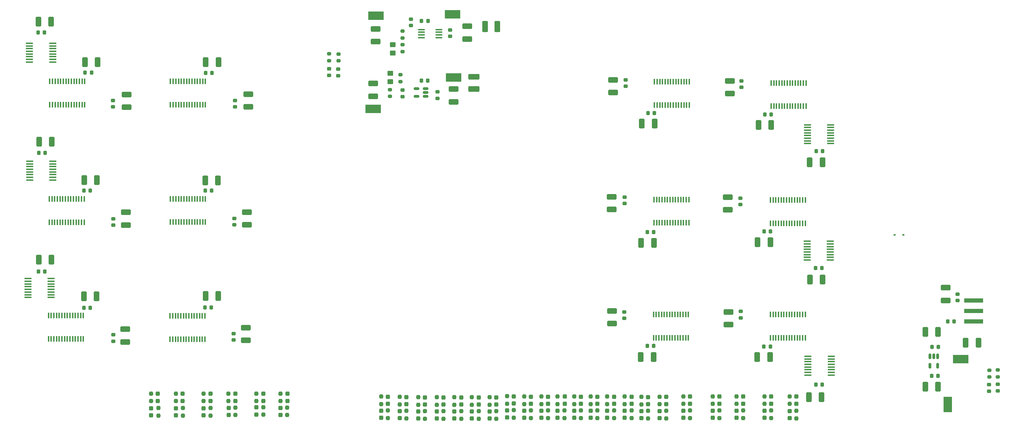
<source format=gbr>
%TF.GenerationSoftware,KiCad,Pcbnew,(6.0.11)*%
%TF.CreationDate,2023-06-01T10:52:31+02:00*%
%TF.ProjectId,Project_V11_Final,50726f6a-6563-4745-9f56-31315f46696e,V11*%
%TF.SameCoordinates,Original*%
%TF.FileFunction,Paste,Top*%
%TF.FilePolarity,Positive*%
%FSLAX46Y46*%
G04 Gerber Fmt 4.6, Leading zero omitted, Abs format (unit mm)*
G04 Created by KiCad (PCBNEW (6.0.11)) date 2023-06-01 10:52:31*
%MOMM*%
%LPD*%
G01*
G04 APERTURE LIST*
G04 Aperture macros list*
%AMRoundRect*
0 Rectangle with rounded corners*
0 $1 Rounding radius*
0 $2 $3 $4 $5 $6 $7 $8 $9 X,Y pos of 4 corners*
0 Add a 4 corners polygon primitive as box body*
4,1,4,$2,$3,$4,$5,$6,$7,$8,$9,$2,$3,0*
0 Add four circle primitives for the rounded corners*
1,1,$1+$1,$2,$3*
1,1,$1+$1,$4,$5*
1,1,$1+$1,$6,$7*
1,1,$1+$1,$8,$9*
0 Add four rect primitives between the rounded corners*
20,1,$1+$1,$2,$3,$4,$5,0*
20,1,$1+$1,$4,$5,$6,$7,0*
20,1,$1+$1,$6,$7,$8,$9,0*
20,1,$1+$1,$8,$9,$2,$3,0*%
G04 Aperture macros list end*
%ADD10RoundRect,0.237500X0.237500X-0.250000X0.237500X0.250000X-0.237500X0.250000X-0.237500X-0.250000X0*%
%ADD11R,3.800000X2.000000*%
%ADD12RoundRect,0.250000X-0.925000X0.412500X-0.925000X-0.412500X0.925000X-0.412500X0.925000X0.412500X0*%
%ADD13RoundRect,0.250000X0.925000X-0.412500X0.925000X0.412500X-0.925000X0.412500X-0.925000X-0.412500X0*%
%ADD14RoundRect,0.237500X0.237500X-0.300000X0.237500X0.300000X-0.237500X0.300000X-0.237500X-0.300000X0*%
%ADD15RoundRect,0.250000X-0.412500X-0.925000X0.412500X-0.925000X0.412500X0.925000X-0.412500X0.925000X0*%
%ADD16RoundRect,0.218750X0.256250X-0.218750X0.256250X0.218750X-0.256250X0.218750X-0.256250X-0.218750X0*%
%ADD17RoundRect,0.225000X-0.225000X-0.250000X0.225000X-0.250000X0.225000X0.250000X-0.225000X0.250000X0*%
%ADD18RoundRect,0.225000X-0.250000X0.225000X-0.250000X-0.225000X0.250000X-0.225000X0.250000X0.225000X0*%
%ADD19RoundRect,0.237500X-0.237500X0.300000X-0.237500X-0.300000X0.237500X-0.300000X0.237500X0.300000X0*%
%ADD20RoundRect,0.250000X0.412500X0.925000X-0.412500X0.925000X-0.412500X-0.925000X0.412500X-0.925000X0*%
%ADD21R,1.676400X0.355600*%
%ADD22RoundRect,0.225000X0.250000X-0.225000X0.250000X0.225000X-0.250000X0.225000X-0.250000X-0.225000X0*%
%ADD23RoundRect,0.200000X-0.275000X0.200000X-0.275000X-0.200000X0.275000X-0.200000X0.275000X0.200000X0*%
%ADD24RoundRect,0.150000X0.512500X0.150000X-0.512500X0.150000X-0.512500X-0.150000X0.512500X-0.150000X0*%
%ADD25RoundRect,0.225000X0.225000X0.250000X-0.225000X0.250000X-0.225000X-0.250000X0.225000X-0.250000X0*%
%ADD26RoundRect,0.250001X0.462499X1.074999X-0.462499X1.074999X-0.462499X-1.074999X0.462499X-1.074999X0*%
%ADD27R,2.000000X3.800000*%
%ADD28R,0.600000X0.450000*%
%ADD29RoundRect,0.200000X0.275000X-0.200000X0.275000X0.200000X-0.275000X0.200000X-0.275000X-0.200000X0*%
%ADD30R,0.355600X1.473200*%
%ADD31RoundRect,0.150000X-0.150000X0.512500X-0.150000X-0.512500X0.150000X-0.512500X0.150000X0.512500X0*%
%ADD32RoundRect,0.100000X-0.712500X-0.100000X0.712500X-0.100000X0.712500X0.100000X-0.712500X0.100000X0*%
%ADD33RoundRect,0.218750X-0.256250X0.218750X-0.256250X-0.218750X0.256250X-0.218750X0.256250X0.218750X0*%
%ADD34RoundRect,0.250000X-0.450000X0.350000X-0.450000X-0.350000X0.450000X-0.350000X0.450000X0.350000X0*%
%ADD35R,4.600000X1.100000*%
%ADD36RoundRect,0.250001X1.074999X-0.462499X1.074999X0.462499X-1.074999X0.462499X-1.074999X-0.462499X0*%
G04 APERTURE END LIST*
D10*
%TO.C,R33*%
X182150000Y-139912500D03*
X182150000Y-138087500D03*
%TD*%
D11*
%TO.C,TP2*%
X135032500Y-57167500D03*
%TD*%
D12*
%TO.C,C97*%
X55939499Y-61326150D03*
X55939499Y-64401150D03*
%TD*%
D13*
%TO.C,C96*%
X173438628Y-116898968D03*
X173438628Y-113823968D03*
%TD*%
D14*
%TO.C,C35*%
X160250000Y-139787500D03*
X160250000Y-138062500D03*
%TD*%
D10*
%TO.C,R5*%
X135250000Y-136587500D03*
X135250000Y-134762500D03*
%TD*%
%TO.C,R56*%
X80570000Y-135697500D03*
X80570000Y-133872500D03*
%TD*%
%TO.C,R16*%
X149650000Y-139737500D03*
X149650000Y-137912500D03*
%TD*%
D15*
%TO.C,C24*%
X259032500Y-121580000D03*
X262107500Y-121580000D03*
%TD*%
D14*
%TO.C,C13*%
X126500000Y-139937500D03*
X126500000Y-138212500D03*
%TD*%
D16*
%TO.C,D1*%
X266780000Y-133226500D03*
X266780000Y-131651500D03*
%TD*%
D17*
%TO.C,C99*%
X222850000Y-75100000D03*
X224400000Y-75100000D03*
%TD*%
%TO.C,C58*%
X210198626Y-122467742D03*
X211748626Y-122467742D03*
%TD*%
D18*
%TO.C,C88*%
X81820000Y-119315000D03*
X81820000Y-120865000D03*
%TD*%
D10*
%TO.C,R21*%
X168250000Y-136437500D03*
X168250000Y-134612500D03*
%TD*%
%TO.C,R46*%
X190650000Y-136387500D03*
X190650000Y-134562500D03*
%TD*%
D19*
%TO.C,C4*%
X123650000Y-134737500D03*
X123650000Y-136462500D03*
%TD*%
%TO.C,C26*%
X157950000Y-134662500D03*
X157950000Y-136387500D03*
%TD*%
D20*
%TO.C,C62*%
X252327500Y-132235000D03*
X249252500Y-132235000D03*
%TD*%
D10*
%TO.C,R47*%
X210300000Y-136387500D03*
X210300000Y-134562500D03*
%TD*%
%TO.C,R50*%
X205200000Y-139812500D03*
X205200000Y-137987500D03*
%TD*%
D15*
%TO.C,C125*%
X34624999Y-101430650D03*
X37699999Y-101430650D03*
%TD*%
D19*
%TO.C,C28*%
X165900000Y-134662500D03*
X165900000Y-136387500D03*
%TD*%
D10*
%TO.C,R2*%
X122000000Y-136512500D03*
X122000000Y-134687500D03*
%TD*%
D21*
%TO.C,U23*%
X38008899Y-53438649D03*
X38008899Y-52788651D03*
X38008899Y-52138649D03*
X38008899Y-51488651D03*
X38008899Y-50838652D03*
X38008899Y-50188651D03*
X38008899Y-49538652D03*
X38008899Y-48888651D03*
X32370099Y-48888651D03*
X32370099Y-49538649D03*
X32370099Y-50188651D03*
X32370099Y-50838649D03*
X32370099Y-51488648D03*
X32370099Y-52138649D03*
X32370099Y-52788648D03*
X32370099Y-53438649D03*
%TD*%
D22*
%TO.C,C67*%
X204714347Y-59587000D03*
X204714347Y-58037000D03*
%TD*%
D10*
%TO.C,R1*%
X117500000Y-136412500D03*
X117500000Y-134587500D03*
%TD*%
D14*
%TO.C,C127*%
X80600000Y-139062500D03*
X80600000Y-137337500D03*
%TD*%
D11*
%TO.C,TP4*%
X115630000Y-64810000D03*
%TD*%
D14*
%TO.C,C17*%
X143750000Y-139937500D03*
X143750000Y-138212500D03*
%TD*%
D19*
%TO.C,C25*%
X153800000Y-134662500D03*
X153800000Y-136387500D03*
%TD*%
D23*
%TO.C,R34*%
X119677400Y-60122700D03*
X119677400Y-61772700D03*
%TD*%
D22*
%TO.C,C90*%
X176359628Y-115628468D03*
X176359628Y-114078468D03*
%TD*%
D11*
%TO.C,TP3*%
X257800000Y-125490000D03*
%TD*%
D14*
%TO.C,C115*%
X210293750Y-139750000D03*
X210293750Y-138025000D03*
%TD*%
D10*
%TO.C,R27*%
X157950000Y-139837500D03*
X157950000Y-138012500D03*
%TD*%
D17*
%TO.C,C104*%
X222762821Y-131689303D03*
X224312821Y-131689303D03*
%TD*%
D14*
%TO.C,C126*%
X74570000Y-139162500D03*
X74570000Y-137437500D03*
%TD*%
D11*
%TO.C,TP5*%
X116270000Y-42220000D03*
%TD*%
D10*
%TO.C,R43*%
X197800000Y-136387500D03*
X197800000Y-134562500D03*
%TD*%
%TO.C,R19*%
X160250000Y-136437500D03*
X160250000Y-134612500D03*
%TD*%
%TO.C,R57*%
X93170000Y-135697500D03*
X93170000Y-133872500D03*
%TD*%
D19*
%TO.C,C27*%
X161950000Y-134612500D03*
X161950000Y-136337500D03*
%TD*%
%TO.C,C110*%
X186550000Y-134687500D03*
X186550000Y-136412500D03*
%TD*%
D10*
%TO.C,R17*%
X152150000Y-136437500D03*
X152150000Y-134612500D03*
%TD*%
D22*
%TO.C,C44*%
X124710000Y-44575000D03*
X124710000Y-43025000D03*
%TD*%
D10*
%TO.C,R6*%
X139500000Y-136587500D03*
X139500000Y-134762500D03*
%TD*%
D20*
%TO.C,C47*%
X252327500Y-118900000D03*
X249252500Y-118900000D03*
%TD*%
D14*
%TO.C,C39*%
X176500000Y-139787500D03*
X176500000Y-138062500D03*
%TD*%
D10*
%TO.C,R53*%
X211943750Y-139800000D03*
X211943750Y-137975000D03*
%TD*%
%TO.C,R7*%
X143750000Y-136587500D03*
X143750000Y-134762500D03*
%TD*%
D17*
%TO.C,C59*%
X210234521Y-94538105D03*
X211784521Y-94538105D03*
%TD*%
D10*
%TO.C,R22*%
X172250000Y-136437500D03*
X172250000Y-134612500D03*
%TD*%
D24*
%TO.C,U3*%
X128327400Y-61807700D03*
X128327400Y-60857700D03*
X128327400Y-59907700D03*
X126052400Y-59907700D03*
X126052400Y-61807700D03*
%TD*%
D19*
%TO.C,C32*%
X182150000Y-134737500D03*
X182150000Y-136462500D03*
%TD*%
D14*
%TO.C,C33*%
X152150000Y-139787500D03*
X152150000Y-138062500D03*
%TD*%
D25*
%TO.C,C84*%
X76412499Y-113005650D03*
X74862499Y-113005650D03*
%TD*%
D12*
%TO.C,C69*%
X55716499Y-89911300D03*
X55716499Y-92986300D03*
%TD*%
D26*
%TO.C,L1*%
X145647500Y-44810000D03*
X142672500Y-44810000D03*
%TD*%
D20*
%TO.C,C52*%
X211661126Y-125017742D03*
X208586126Y-125017742D03*
%TD*%
D10*
%TO.C,R18*%
X156300000Y-136437500D03*
X156300000Y-134612500D03*
%TD*%
%TO.C,R59*%
X87320000Y-135697500D03*
X87320000Y-133872500D03*
%TD*%
D22*
%TO.C,C66*%
X204553628Y-115501468D03*
X204553628Y-113951468D03*
%TD*%
D25*
%TO.C,C81*%
X76477500Y-84643650D03*
X74927500Y-84643650D03*
%TD*%
D19*
%TO.C,C109*%
X211950000Y-134612500D03*
X211950000Y-136337500D03*
%TD*%
D10*
%TO.C,R62*%
X82202000Y-139112500D03*
X82202000Y-137287500D03*
%TD*%
D19*
%TO.C,C8*%
X141150000Y-134812500D03*
X141150000Y-136537500D03*
%TD*%
D15*
%TO.C,C79*%
X45801999Y-53463650D03*
X48876999Y-53463650D03*
%TD*%
%TO.C,C51*%
X75051999Y-53463650D03*
X78126999Y-53463650D03*
%TD*%
D19*
%TO.C,C117*%
X76220000Y-133922500D03*
X76220000Y-135647500D03*
%TD*%
D14*
%TO.C,C15*%
X135250000Y-139937500D03*
X135250000Y-138212500D03*
%TD*%
D19*
%TO.C,C10*%
X149650000Y-134562500D03*
X149650000Y-136287500D03*
%TD*%
D27*
%TO.C,TP6*%
X254727000Y-136553000D03*
%TD*%
D12*
%TO.C,C71*%
X85339499Y-61226150D03*
X85339499Y-64301150D03*
%TD*%
D10*
%TO.C,R31*%
X173900000Y-139837500D03*
X173900000Y-138012500D03*
%TD*%
D28*
%TO.C,D5*%
X241810000Y-95420000D03*
X243910000Y-95420000D03*
%TD*%
D10*
%TO.C,R54*%
X186550000Y-139912500D03*
X186550000Y-138087500D03*
%TD*%
%TO.C,R28*%
X161900000Y-139837500D03*
X161900000Y-138012500D03*
%TD*%
D20*
%TO.C,C54*%
X211974847Y-68750000D03*
X208899847Y-68750000D03*
%TD*%
D10*
%TO.C,R58*%
X67820000Y-135697500D03*
X67820000Y-133872500D03*
%TD*%
D29*
%TO.C,R41*%
X104955800Y-53105100D03*
X104955800Y-51455100D03*
%TD*%
D10*
%TO.C,R15*%
X145400000Y-139987500D03*
X145400000Y-138162500D03*
%TD*%
D22*
%TO.C,C2*%
X257110000Y-111305000D03*
X257110000Y-109755000D03*
%TD*%
D19*
%TO.C,C7*%
X136900000Y-134812500D03*
X136900000Y-136537500D03*
%TD*%
D10*
%TO.C,R49*%
X199450000Y-139812500D03*
X199450000Y-137987500D03*
%TD*%
D30*
%TO.C,U11*%
X74975000Y-86630600D03*
X74324999Y-86630600D03*
X73675000Y-86630600D03*
X73024999Y-86630600D03*
X72375001Y-86630600D03*
X71724999Y-86630600D03*
X71075001Y-86630600D03*
X70425002Y-86630600D03*
X69775001Y-86630600D03*
X69125002Y-86630600D03*
X68475001Y-86630600D03*
X67825002Y-86630600D03*
X67175001Y-86630600D03*
X66525002Y-86630600D03*
X66525000Y-92269400D03*
X67175001Y-92269400D03*
X67825000Y-92269400D03*
X68475001Y-92269400D03*
X69124999Y-92269400D03*
X69775001Y-92269400D03*
X70424999Y-92269400D03*
X71075001Y-92269400D03*
X71724999Y-92269400D03*
X72375001Y-92269400D03*
X73024999Y-92269400D03*
X73675000Y-92269400D03*
X74324999Y-92269400D03*
X74975000Y-92269400D03*
%TD*%
%TO.C,U10*%
X211775000Y-92569400D03*
X212425001Y-92569400D03*
X213075000Y-92569400D03*
X213725001Y-92569400D03*
X214374999Y-92569400D03*
X215025001Y-92569400D03*
X215674999Y-92569400D03*
X216324998Y-92569400D03*
X216974999Y-92569400D03*
X217624998Y-92569400D03*
X218274999Y-92569400D03*
X218924998Y-92569400D03*
X219574999Y-92569400D03*
X220224998Y-92569400D03*
X220225000Y-86930600D03*
X219574999Y-86930600D03*
X218925000Y-86930600D03*
X218274999Y-86930600D03*
X217625001Y-86930600D03*
X216974999Y-86930600D03*
X216325001Y-86930600D03*
X215674999Y-86930600D03*
X215025001Y-86930600D03*
X214374999Y-86930600D03*
X213725001Y-86930600D03*
X213075000Y-86930600D03*
X212425001Y-86930600D03*
X211775000Y-86930600D03*
%TD*%
D25*
%TO.C,C132*%
X36177500Y-75493650D03*
X34627500Y-75493650D03*
%TD*%
D20*
%TO.C,C102*%
X224362500Y-77800000D03*
X221287500Y-77800000D03*
%TD*%
D23*
%TO.C,R37*%
X122679650Y-45975000D03*
X122679650Y-47625000D03*
%TD*%
D13*
%TO.C,C95*%
X173294520Y-89192000D03*
X173294520Y-86117000D03*
%TD*%
D20*
%TO.C,C101*%
X224175321Y-134789303D03*
X221100321Y-134789303D03*
%TD*%
D10*
%TO.C,R61*%
X76220000Y-139212500D03*
X76220000Y-137387500D03*
%TD*%
D30*
%TO.C,U5*%
X45642000Y-86658750D03*
X44991999Y-86658750D03*
X44342000Y-86658750D03*
X43691999Y-86658750D03*
X43042001Y-86658750D03*
X42391999Y-86658750D03*
X41742001Y-86658750D03*
X41092002Y-86658750D03*
X40442001Y-86658750D03*
X39792002Y-86658750D03*
X39142001Y-86658750D03*
X38492002Y-86658750D03*
X37842001Y-86658750D03*
X37192002Y-86658750D03*
X37192000Y-92297550D03*
X37842001Y-92297550D03*
X38492000Y-92297550D03*
X39142001Y-92297550D03*
X39791999Y-92297550D03*
X40442001Y-92297550D03*
X41091999Y-92297550D03*
X41742001Y-92297550D03*
X42391999Y-92297550D03*
X43042001Y-92297550D03*
X43691999Y-92297550D03*
X44342000Y-92297550D03*
X44991999Y-92297550D03*
X45642000Y-92297550D03*
%TD*%
D10*
%TO.C,R23*%
X176500000Y-136437500D03*
X176500000Y-134612500D03*
%TD*%
%TO.C,R29*%
X165900000Y-139837500D03*
X165900000Y-138012500D03*
%TD*%
D12*
%TO.C,C46*%
X116214900Y-45403900D03*
X116214900Y-48478900D03*
%TD*%
D14*
%TO.C,C111*%
X197800000Y-139762500D03*
X197800000Y-138037500D03*
%TD*%
D31*
%TO.C,U4*%
X252248000Y-124874500D03*
X251298000Y-124874500D03*
X250348000Y-124874500D03*
X250348000Y-127149500D03*
X252248000Y-127149500D03*
%TD*%
D18*
%TO.C,C87*%
X82002500Y-91418650D03*
X82002500Y-92968650D03*
%TD*%
D12*
%TO.C,C94*%
X84814499Y-117920150D03*
X84814499Y-120995150D03*
%TD*%
D19*
%TO.C,C6*%
X132650000Y-134812500D03*
X132650000Y-136537500D03*
%TD*%
D25*
%TO.C,C85*%
X47414499Y-56013650D03*
X45864499Y-56013650D03*
%TD*%
%TO.C,C61*%
X252327000Y-129568000D03*
X250777000Y-129568000D03*
%TD*%
%TO.C,C42*%
X128807500Y-57967500D03*
X127257500Y-57967500D03*
%TD*%
D14*
%TO.C,C113*%
X216400000Y-139862500D03*
X216400000Y-138137500D03*
%TD*%
D19*
%TO.C,C5*%
X128150000Y-134812500D03*
X128150000Y-136537500D03*
%TD*%
D17*
%TO.C,C86*%
X182137347Y-65800000D03*
X183687347Y-65800000D03*
%TD*%
D14*
%TO.C,C128*%
X93150000Y-139062500D03*
X93150000Y-137337500D03*
%TD*%
D16*
%TO.C,D3*%
X104955800Y-56649000D03*
X104955800Y-55074000D03*
%TD*%
D11*
%TO.C,TP1*%
X134830200Y-41853200D03*
%TD*%
D15*
%TO.C,C49*%
X45665000Y-82093650D03*
X48740000Y-82093650D03*
%TD*%
D25*
%TO.C,C134*%
X36087499Y-104280650D03*
X34537499Y-104280650D03*
%TD*%
D19*
%TO.C,C107*%
X218050000Y-134612500D03*
X218050000Y-136337500D03*
%TD*%
%TO.C,C29*%
X169900000Y-134662500D03*
X169900000Y-136387500D03*
%TD*%
D32*
%TO.C,U2*%
X127285000Y-45560000D03*
X127285000Y-46210000D03*
X127285000Y-46860000D03*
X127285000Y-47510000D03*
X131510000Y-47510000D03*
X131510000Y-46860000D03*
X131510000Y-46210000D03*
X131510000Y-45560000D03*
%TD*%
D18*
%TO.C,C21*%
X134230200Y-45653200D03*
X134230200Y-47203200D03*
%TD*%
D33*
%TO.C,D2*%
X107160000Y-55162500D03*
X107160000Y-56737500D03*
%TD*%
D20*
%TO.C,C100*%
X224400097Y-106234090D03*
X221325097Y-106234090D03*
%TD*%
D15*
%TO.C,C78*%
X74999999Y-110205650D03*
X78074999Y-110205650D03*
%TD*%
D34*
%TO.C,R39*%
X120314850Y-49263200D03*
X120314850Y-51263200D03*
%TD*%
D16*
%TO.C,D4*%
X264727000Y-133293500D03*
X264727000Y-131718500D03*
%TD*%
D10*
%TO.C,R14*%
X141150000Y-139987500D03*
X141150000Y-138162500D03*
%TD*%
D30*
%TO.C,U14*%
X183454000Y-120319400D03*
X184104001Y-120319400D03*
X184754000Y-120319400D03*
X185404001Y-120319400D03*
X186053999Y-120319400D03*
X186704001Y-120319400D03*
X187353999Y-120319400D03*
X188003998Y-120319400D03*
X188653999Y-120319400D03*
X189303998Y-120319400D03*
X189953999Y-120319400D03*
X190603998Y-120319400D03*
X191253999Y-120319400D03*
X191903998Y-120319400D03*
X191904000Y-114680600D03*
X191253999Y-114680600D03*
X190604000Y-114680600D03*
X189953999Y-114680600D03*
X189304001Y-114680600D03*
X188653999Y-114680600D03*
X188004001Y-114680600D03*
X187353999Y-114680600D03*
X186704001Y-114680600D03*
X186053999Y-114680600D03*
X185404001Y-114680600D03*
X184754000Y-114680600D03*
X184104001Y-114680600D03*
X183454000Y-114680600D03*
%TD*%
D19*
%TO.C,C3*%
X119150000Y-134637500D03*
X119150000Y-136362500D03*
%TD*%
%TO.C,C105*%
X199450000Y-134612500D03*
X199450000Y-136337500D03*
%TD*%
D10*
%TO.C,R10*%
X123650000Y-139912500D03*
X123650000Y-138087500D03*
%TD*%
D23*
%TO.C,R35*%
X122186100Y-56527500D03*
X122186100Y-58177500D03*
%TD*%
D18*
%TO.C,C22*%
X131132500Y-60692500D03*
X131132500Y-62242500D03*
%TD*%
D10*
%TO.C,R66*%
X63600000Y-139212500D03*
X63600000Y-137387500D03*
%TD*%
D13*
%TO.C,C1*%
X254190000Y-111277500D03*
X254190000Y-108202500D03*
%TD*%
%TO.C,C98*%
X173640346Y-60868479D03*
X173640346Y-57793479D03*
%TD*%
D20*
%TO.C,C76*%
X183461126Y-125017742D03*
X180386126Y-125017742D03*
%TD*%
D21*
%TO.C,U17*%
X220717947Y-68675001D03*
X220717947Y-69324999D03*
X220717947Y-69975001D03*
X220717947Y-70624999D03*
X220717947Y-71274998D03*
X220717947Y-71924999D03*
X220717947Y-72574998D03*
X220717947Y-73224999D03*
X226356747Y-73224999D03*
X226356747Y-72575001D03*
X226356747Y-71924999D03*
X226356747Y-71275001D03*
X226356747Y-70625002D03*
X226356747Y-69975001D03*
X226356747Y-69325002D03*
X226356747Y-68675001D03*
%TD*%
D13*
%TO.C,C74*%
X201458500Y-89280900D03*
X201458500Y-86205900D03*
%TD*%
D19*
%TO.C,C9*%
X145400000Y-134812500D03*
X145400000Y-136537500D03*
%TD*%
D10*
%TO.C,R12*%
X132650000Y-139987500D03*
X132650000Y-138162500D03*
%TD*%
D14*
%TO.C,C114*%
X190650000Y-139762500D03*
X190650000Y-138037500D03*
%TD*%
%TO.C,C131*%
X61820000Y-139162500D03*
X61820000Y-137437500D03*
%TD*%
D35*
%TO.C,U1*%
X260960000Y-111300000D03*
X260960000Y-113840000D03*
X260960000Y-116380000D03*
%TD*%
D20*
%TO.C,C53*%
X211747021Y-97138105D03*
X208672021Y-97138105D03*
%TD*%
D15*
%TO.C,C123*%
X34715000Y-72793650D03*
X37790000Y-72793650D03*
%TD*%
D10*
%TO.C,R11*%
X128150000Y-139987500D03*
X128150000Y-138162500D03*
%TD*%
D17*
%TO.C,C41*%
X127301700Y-43461600D03*
X128851700Y-43461600D03*
%TD*%
D10*
%TO.C,R3*%
X126500000Y-136587500D03*
X126500000Y-134762500D03*
%TD*%
D14*
%TO.C,C40*%
X180500000Y-139862500D03*
X180500000Y-138137500D03*
%TD*%
D17*
%TO.C,C82*%
X181948626Y-122317742D03*
X183498626Y-122317742D03*
%TD*%
%TO.C,C60*%
X210412347Y-66200000D03*
X211962347Y-66200000D03*
%TD*%
D29*
%TO.C,R40*%
X107190000Y-53135000D03*
X107190000Y-51485000D03*
%TD*%
D30*
%TO.C,U15*%
X45765000Y-58130600D03*
X45114999Y-58130600D03*
X44465000Y-58130600D03*
X43814999Y-58130600D03*
X43165001Y-58130600D03*
X42514999Y-58130600D03*
X41865001Y-58130600D03*
X41215002Y-58130600D03*
X40565001Y-58130600D03*
X39915002Y-58130600D03*
X39265001Y-58130600D03*
X38615002Y-58130600D03*
X37965001Y-58130600D03*
X37315002Y-58130600D03*
X37315000Y-63769400D03*
X37965001Y-63769400D03*
X38615000Y-63769400D03*
X39265001Y-63769400D03*
X39914999Y-63769400D03*
X40565001Y-63769400D03*
X41214999Y-63769400D03*
X41865001Y-63769400D03*
X42514999Y-63769400D03*
X43165001Y-63769400D03*
X43814999Y-63769400D03*
X44465000Y-63769400D03*
X45114999Y-63769400D03*
X45765000Y-63769400D03*
%TD*%
D10*
%TO.C,R55*%
X74570000Y-135697500D03*
X74570000Y-133872500D03*
%TD*%
%TO.C,R52*%
X192300000Y-139812500D03*
X192300000Y-137987500D03*
%TD*%
%TO.C,R20*%
X164250000Y-136437500D03*
X164250000Y-134612500D03*
%TD*%
D12*
%TO.C,C45*%
X115587400Y-58670200D03*
X115587400Y-61745200D03*
%TD*%
D18*
%TO.C,C63*%
X52716499Y-91473800D03*
X52716499Y-93023800D03*
%TD*%
D14*
%TO.C,C130*%
X87320000Y-138962500D03*
X87320000Y-137237500D03*
%TD*%
D34*
%TO.C,R38*%
X119732500Y-56217500D03*
X119732500Y-58217500D03*
%TD*%
D10*
%TO.C,R65*%
X89000000Y-139012500D03*
X89000000Y-137187500D03*
%TD*%
D22*
%TO.C,C68*%
X204506500Y-88010400D03*
X204506500Y-86460400D03*
%TD*%
D25*
%TO.C,C56*%
X47112499Y-113055650D03*
X45562499Y-113055650D03*
%TD*%
D14*
%TO.C,C14*%
X131000000Y-139937500D03*
X131000000Y-138212500D03*
%TD*%
%TO.C,C16*%
X139500000Y-139937500D03*
X139500000Y-138212500D03*
%TD*%
D19*
%TO.C,C108*%
X192300000Y-134612500D03*
X192300000Y-136337500D03*
%TD*%
D14*
%TO.C,C36*%
X164250000Y-139787500D03*
X164250000Y-138062500D03*
%TD*%
D29*
%TO.C,R42*%
X264740000Y-129865000D03*
X264740000Y-128215000D03*
%TD*%
D19*
%TO.C,C119*%
X94820000Y-133922500D03*
X94820000Y-135647500D03*
%TD*%
D14*
%TO.C,C34*%
X156300000Y-139787500D03*
X156300000Y-138062500D03*
%TD*%
D10*
%TO.C,R48*%
X184900000Y-136462500D03*
X184900000Y-134637500D03*
%TD*%
D30*
%TO.C,U6*%
X45437499Y-114961250D03*
X44787498Y-114961250D03*
X44137499Y-114961250D03*
X43487498Y-114961250D03*
X42837500Y-114961250D03*
X42187498Y-114961250D03*
X41537500Y-114961250D03*
X40887501Y-114961250D03*
X40237500Y-114961250D03*
X39587501Y-114961250D03*
X38937500Y-114961250D03*
X38287501Y-114961250D03*
X37637500Y-114961250D03*
X36987501Y-114961250D03*
X36987499Y-120600050D03*
X37637500Y-120600050D03*
X38287499Y-120600050D03*
X38937500Y-120600050D03*
X39587498Y-120600050D03*
X40237500Y-120600050D03*
X40887498Y-120600050D03*
X41537500Y-120600050D03*
X42187498Y-120600050D03*
X42837500Y-120600050D03*
X43487498Y-120600050D03*
X44137499Y-120600050D03*
X44787498Y-120600050D03*
X45437499Y-120600050D03*
%TD*%
D19*
%TO.C,C30*%
X173900000Y-134662500D03*
X173900000Y-136387500D03*
%TD*%
D10*
%TO.C,R60*%
X61820000Y-135697500D03*
X61820000Y-133872500D03*
%TD*%
D29*
%TO.C,R25*%
X266780000Y-129835000D03*
X266780000Y-128185000D03*
%TD*%
D25*
%TO.C,C48*%
X252454000Y-122583000D03*
X250904000Y-122583000D03*
%TD*%
D10*
%TO.C,R63*%
X94800000Y-139112500D03*
X94800000Y-137287500D03*
%TD*%
D19*
%TO.C,C120*%
X69470000Y-133922500D03*
X69470000Y-135647500D03*
%TD*%
D14*
%TO.C,C11*%
X117500000Y-139762500D03*
X117500000Y-138037500D03*
%TD*%
D30*
%TO.C,U8*%
X211775000Y-120319400D03*
X212425001Y-120319400D03*
X213075000Y-120319400D03*
X213725001Y-120319400D03*
X214374999Y-120319400D03*
X215025001Y-120319400D03*
X215674999Y-120319400D03*
X216324998Y-120319400D03*
X216974999Y-120319400D03*
X217624998Y-120319400D03*
X218274999Y-120319400D03*
X218924998Y-120319400D03*
X219574999Y-120319400D03*
X220224998Y-120319400D03*
X220225000Y-114680600D03*
X219574999Y-114680600D03*
X218925000Y-114680600D03*
X218274999Y-114680600D03*
X217625001Y-114680600D03*
X216974999Y-114680600D03*
X216325001Y-114680600D03*
X215674999Y-114680600D03*
X215025001Y-114680600D03*
X214374999Y-114680600D03*
X213725001Y-114680600D03*
X213075000Y-114680600D03*
X212425001Y-114680600D03*
X211775000Y-114680600D03*
%TD*%
D14*
%TO.C,C12*%
X122000000Y-139862500D03*
X122000000Y-138137500D03*
%TD*%
D21*
%TO.C,U19*%
X220846421Y-124848304D03*
X220846421Y-125498302D03*
X220846421Y-126148304D03*
X220846421Y-126798302D03*
X220846421Y-127448301D03*
X220846421Y-128098302D03*
X220846421Y-128748301D03*
X220846421Y-129398302D03*
X226485221Y-129398302D03*
X226485221Y-128748304D03*
X226485221Y-128098302D03*
X226485221Y-127448304D03*
X226485221Y-126798305D03*
X226485221Y-126148304D03*
X226485221Y-125498305D03*
X226485221Y-124848304D03*
%TD*%
D25*
%TO.C,C23*%
X256210000Y-116390000D03*
X254660000Y-116390000D03*
%TD*%
D20*
%TO.C,C77*%
X183547021Y-97338105D03*
X180472021Y-97338105D03*
%TD*%
D14*
%TO.C,C129*%
X67820000Y-139162500D03*
X67820000Y-137437500D03*
%TD*%
D10*
%TO.C,R4*%
X131000000Y-136587500D03*
X131000000Y-134762500D03*
%TD*%
D21*
%TO.C,U18*%
X220625871Y-96939090D03*
X220625871Y-97589088D03*
X220625871Y-98239090D03*
X220625871Y-98889088D03*
X220625871Y-99539087D03*
X220625871Y-100189088D03*
X220625871Y-100839087D03*
X220625871Y-101489088D03*
X226264671Y-101489088D03*
X226264671Y-100839090D03*
X226264671Y-100189088D03*
X226264671Y-99539090D03*
X226264671Y-98889091D03*
X226264671Y-98239090D03*
X226264671Y-97589091D03*
X226264671Y-96939090D03*
%TD*%
D30*
%TO.C,U13*%
X183581000Y-92442400D03*
X184231001Y-92442400D03*
X184881000Y-92442400D03*
X185531001Y-92442400D03*
X186180999Y-92442400D03*
X186831001Y-92442400D03*
X187480999Y-92442400D03*
X188130998Y-92442400D03*
X188780999Y-92442400D03*
X189430998Y-92442400D03*
X190080999Y-92442400D03*
X190730998Y-92442400D03*
X191380999Y-92442400D03*
X192030998Y-92442400D03*
X192031000Y-86803600D03*
X191380999Y-86803600D03*
X190731000Y-86803600D03*
X190080999Y-86803600D03*
X189431001Y-86803600D03*
X188780999Y-86803600D03*
X188131001Y-86803600D03*
X187480999Y-86803600D03*
X186831001Y-86803600D03*
X186180999Y-86803600D03*
X185531001Y-86803600D03*
X184881000Y-86803600D03*
X184231001Y-86803600D03*
X183581000Y-86803600D03*
%TD*%
%TO.C,U9*%
X211935719Y-64150932D03*
X212585720Y-64150932D03*
X213235719Y-64150932D03*
X213885720Y-64150932D03*
X214535718Y-64150932D03*
X215185720Y-64150932D03*
X215835718Y-64150932D03*
X216485717Y-64150932D03*
X217135718Y-64150932D03*
X217785717Y-64150932D03*
X218435718Y-64150932D03*
X219085717Y-64150932D03*
X219735718Y-64150932D03*
X220385717Y-64150932D03*
X220385719Y-58512132D03*
X219735718Y-58512132D03*
X219085719Y-58512132D03*
X218435718Y-58512132D03*
X217785720Y-58512132D03*
X217135718Y-58512132D03*
X216485720Y-58512132D03*
X215835718Y-58512132D03*
X215185720Y-58512132D03*
X214535718Y-58512132D03*
X213885720Y-58512132D03*
X213235719Y-58512132D03*
X212585720Y-58512132D03*
X211935719Y-58512132D03*
%TD*%
D13*
%TO.C,C20*%
X135032500Y-63105000D03*
X135032500Y-60030000D03*
%TD*%
D10*
%TO.C,R26*%
X153800000Y-139837500D03*
X153800000Y-138012500D03*
%TD*%
D19*
%TO.C,C31*%
X178150000Y-134662500D03*
X178150000Y-136387500D03*
%TD*%
D30*
%TO.C,U7*%
X74975000Y-58130600D03*
X74324999Y-58130600D03*
X73675000Y-58130600D03*
X73024999Y-58130600D03*
X72375001Y-58130600D03*
X71724999Y-58130600D03*
X71075001Y-58130600D03*
X70425002Y-58130600D03*
X69775001Y-58130600D03*
X69125002Y-58130600D03*
X68475001Y-58130600D03*
X67825002Y-58130600D03*
X67175001Y-58130600D03*
X66525002Y-58130600D03*
X66525000Y-63769400D03*
X67175001Y-63769400D03*
X67825000Y-63769400D03*
X68475001Y-63769400D03*
X69124999Y-63769400D03*
X69775001Y-63769400D03*
X70424999Y-63769400D03*
X71075001Y-63769400D03*
X71724999Y-63769400D03*
X72375001Y-63769400D03*
X73024999Y-63769400D03*
X73675000Y-63769400D03*
X74324999Y-63769400D03*
X74975000Y-63769400D03*
%TD*%
D10*
%TO.C,R51*%
X218050000Y-139912500D03*
X218050000Y-138087500D03*
%TD*%
D25*
%TO.C,C57*%
X76564499Y-56063650D03*
X75014499Y-56063650D03*
%TD*%
D13*
%TO.C,C72*%
X201632628Y-117152968D03*
X201632628Y-114077968D03*
%TD*%
D18*
%TO.C,C91*%
X52639499Y-62788650D03*
X52639499Y-64338650D03*
%TD*%
D12*
%TO.C,C70*%
X55602498Y-118277050D03*
X55602498Y-121352050D03*
%TD*%
D10*
%TO.C,R9*%
X119150000Y-139812500D03*
X119150000Y-137987500D03*
%TD*%
D19*
%TO.C,C121*%
X88970000Y-133922500D03*
X88970000Y-135647500D03*
%TD*%
D10*
%TO.C,R24*%
X180500000Y-136512500D03*
X180500000Y-134687500D03*
%TD*%
D19*
%TO.C,C106*%
X205200000Y-134612500D03*
X205200000Y-136337500D03*
%TD*%
D10*
%TO.C,R44*%
X203550000Y-136387500D03*
X203550000Y-134562500D03*
%TD*%
D14*
%TO.C,C37*%
X168250000Y-139787500D03*
X168250000Y-138062500D03*
%TD*%
D30*
%TO.C,U16*%
X183678219Y-63865182D03*
X184328220Y-63865182D03*
X184978219Y-63865182D03*
X185628220Y-63865182D03*
X186278218Y-63865182D03*
X186928220Y-63865182D03*
X187578218Y-63865182D03*
X188228217Y-63865182D03*
X188878218Y-63865182D03*
X189528217Y-63865182D03*
X190178218Y-63865182D03*
X190828217Y-63865182D03*
X191478218Y-63865182D03*
X192128217Y-63865182D03*
X192128219Y-58226382D03*
X191478218Y-58226382D03*
X190828219Y-58226382D03*
X190178218Y-58226382D03*
X189528220Y-58226382D03*
X188878218Y-58226382D03*
X188228220Y-58226382D03*
X187578218Y-58226382D03*
X186928220Y-58226382D03*
X186278218Y-58226382D03*
X185628220Y-58226382D03*
X184978219Y-58226382D03*
X184328220Y-58226382D03*
X183678219Y-58226382D03*
%TD*%
D17*
%TO.C,C83*%
X181984521Y-94688105D03*
X183534521Y-94688105D03*
%TD*%
D12*
%TO.C,C93*%
X85002500Y-89856150D03*
X85002500Y-92931150D03*
%TD*%
D18*
%TO.C,C65*%
X82139499Y-62788650D03*
X82139499Y-64338650D03*
%TD*%
D19*
%TO.C,C118*%
X82220000Y-133922500D03*
X82220000Y-135647500D03*
%TD*%
D14*
%TO.C,C38*%
X172250000Y-139787500D03*
X172250000Y-138062500D03*
%TD*%
D22*
%TO.C,C89*%
X176469520Y-87794500D03*
X176469520Y-86244500D03*
%TD*%
D14*
%TO.C,C18*%
X148000000Y-139687500D03*
X148000000Y-137962500D03*
%TD*%
D21*
%TO.C,U21*%
X37631899Y-110555649D03*
X37631899Y-109905651D03*
X37631899Y-109255649D03*
X37631899Y-108605651D03*
X37631899Y-107955652D03*
X37631899Y-107305651D03*
X37631899Y-106655652D03*
X37631899Y-106005651D03*
X31993099Y-106005651D03*
X31993099Y-106655649D03*
X31993099Y-107305651D03*
X31993099Y-107955649D03*
X31993099Y-108605648D03*
X31993099Y-109255649D03*
X31993099Y-109905648D03*
X31993099Y-110555649D03*
%TD*%
D19*
%TO.C,C122*%
X63470000Y-133922500D03*
X63470000Y-135647500D03*
%TD*%
D10*
%TO.C,R32*%
X178150000Y-139837500D03*
X178150000Y-138012500D03*
%TD*%
%TO.C,R30*%
X169900000Y-139837500D03*
X169900000Y-138012500D03*
%TD*%
%TO.C,R64*%
X69500000Y-139212500D03*
X69500000Y-137387500D03*
%TD*%
D17*
%TO.C,C103*%
X222687597Y-103434090D03*
X224237597Y-103434090D03*
%TD*%
D21*
%TO.C,U22*%
X38071900Y-82068649D03*
X38071900Y-81418651D03*
X38071900Y-80768649D03*
X38071900Y-80118651D03*
X38071900Y-79468652D03*
X38071900Y-78818651D03*
X38071900Y-78168652D03*
X38071900Y-77518651D03*
X32433100Y-77518651D03*
X32433100Y-78168649D03*
X32433100Y-78818651D03*
X32433100Y-79468649D03*
X32433100Y-80118648D03*
X32433100Y-80768649D03*
X32433100Y-81418648D03*
X32433100Y-82068649D03*
%TD*%
D25*
%TO.C,C133*%
X36039499Y-46263650D03*
X34489499Y-46263650D03*
%TD*%
D23*
%TO.C,R36*%
X122676950Y-49279000D03*
X122676950Y-50929000D03*
%TD*%
D14*
%TO.C,C116*%
X184900000Y-139862500D03*
X184900000Y-138137500D03*
%TD*%
D18*
%TO.C,C64*%
X52702498Y-119639550D03*
X52702498Y-121189550D03*
%TD*%
D20*
%TO.C,C80*%
X183724847Y-68400000D03*
X180649847Y-68400000D03*
%TD*%
D22*
%TO.C,C92*%
X176688346Y-59343979D03*
X176688346Y-57793979D03*
%TD*%
D10*
%TO.C,R8*%
X148000000Y-136337500D03*
X148000000Y-134512500D03*
%TD*%
%TO.C,R45*%
X216400000Y-136387500D03*
X216400000Y-134562500D03*
%TD*%
D12*
%TO.C,C19*%
X138330200Y-44790700D03*
X138330200Y-47865700D03*
%TD*%
D13*
%TO.C,C73*%
X201920347Y-61111500D03*
X201920347Y-58036500D03*
%TD*%
D14*
%TO.C,C112*%
X203550000Y-139762500D03*
X203550000Y-138037500D03*
%TD*%
D36*
%TO.C,L2*%
X139944025Y-59988000D03*
X139944025Y-57013000D03*
%TD*%
D15*
%TO.C,C50*%
X45549999Y-110255650D03*
X48624999Y-110255650D03*
%TD*%
D25*
%TO.C,C55*%
X47127500Y-84643650D03*
X45577500Y-84643650D03*
%TD*%
D30*
%TO.C,U12*%
X74875000Y-115030600D03*
X74224999Y-115030600D03*
X73575000Y-115030600D03*
X72924999Y-115030600D03*
X72275001Y-115030600D03*
X71624999Y-115030600D03*
X70975001Y-115030600D03*
X70325002Y-115030600D03*
X69675001Y-115030600D03*
X69025002Y-115030600D03*
X68375001Y-115030600D03*
X67725002Y-115030600D03*
X67075001Y-115030600D03*
X66425002Y-115030600D03*
X66425000Y-120669400D03*
X67075001Y-120669400D03*
X67725000Y-120669400D03*
X68375001Y-120669400D03*
X69024999Y-120669400D03*
X69675001Y-120669400D03*
X70324999Y-120669400D03*
X70975001Y-120669400D03*
X71624999Y-120669400D03*
X72275001Y-120669400D03*
X72924999Y-120669400D03*
X73575000Y-120669400D03*
X74224999Y-120669400D03*
X74875000Y-120669400D03*
%TD*%
D10*
%TO.C,R13*%
X136900000Y-139987500D03*
X136900000Y-138162500D03*
%TD*%
D22*
%TO.C,C43*%
X122727400Y-61832700D03*
X122727400Y-60282700D03*
%TD*%
D15*
%TO.C,C124*%
X34551999Y-43663650D03*
X37626999Y-43663650D03*
%TD*%
%TO.C,C75*%
X74965000Y-82193650D03*
X78040000Y-82193650D03*
%TD*%
M02*

</source>
